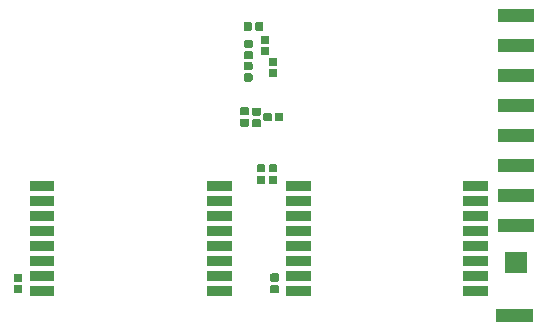
<source format=gbs>
G04 #@! TF.GenerationSoftware,KiCad,Pcbnew,(5.1.4-0-10_14)*
G04 #@! TF.CreationDate,2020-03-30T10:54:37+02:00*
G04 #@! TF.ProjectId,kapukiTRX-hw-trx,6b617075-6b69-4545-9258-2d68772d7472,rev?*
G04 #@! TF.SameCoordinates,Original*
G04 #@! TF.FileFunction,Soldermask,Bot*
G04 #@! TF.FilePolarity,Negative*
%FSLAX46Y46*%
G04 Gerber Fmt 4.6, Leading zero omitted, Abs format (unit mm)*
G04 Created by KiCad (PCBNEW (5.1.4-0-10_14)) date 2020-03-30 10:54:37*
%MOMM*%
%LPD*%
G04 APERTURE LIST*
%ADD10C,0.100000*%
G04 APERTURE END LIST*
D10*
G36*
X216815800Y-121200800D02*
G01*
X213714200Y-121200800D01*
X213714200Y-120099200D01*
X216815800Y-120099200D01*
X216815800Y-121200800D01*
X216815800Y-121200800D01*
G37*
G36*
X213013800Y-118995940D02*
G01*
X210912200Y-118995940D01*
X210912200Y-118194340D01*
X213013800Y-118194340D01*
X213013800Y-118995940D01*
X213013800Y-118995940D01*
G37*
G36*
X198012560Y-118995940D02*
G01*
X195910960Y-118995940D01*
X195910960Y-118194340D01*
X198012560Y-118194340D01*
X198012560Y-118995940D01*
X198012560Y-118995940D01*
G37*
G36*
X191312040Y-118995940D02*
G01*
X189210440Y-118995940D01*
X189210440Y-118194340D01*
X191312040Y-118194340D01*
X191312040Y-118995940D01*
X191312040Y-118995940D01*
G37*
G36*
X176310800Y-118995940D02*
G01*
X174209200Y-118995940D01*
X174209200Y-118194340D01*
X176310800Y-118194340D01*
X176310800Y-118995940D01*
X176310800Y-118995940D01*
G37*
G36*
X173480027Y-118125275D02*
G01*
X173507650Y-118133654D01*
X173533113Y-118147264D01*
X173555425Y-118165575D01*
X173573736Y-118187887D01*
X173587346Y-118213350D01*
X173595725Y-118240973D01*
X173598800Y-118272191D01*
X173598800Y-118663809D01*
X173595725Y-118695027D01*
X173587346Y-118722650D01*
X173573736Y-118748113D01*
X173555425Y-118770425D01*
X173533113Y-118788736D01*
X173507650Y-118802346D01*
X173480027Y-118810725D01*
X173448809Y-118813800D01*
X173007191Y-118813800D01*
X172975973Y-118810725D01*
X172948350Y-118802346D01*
X172922887Y-118788736D01*
X172900575Y-118770425D01*
X172882264Y-118748113D01*
X172868654Y-118722650D01*
X172860275Y-118695027D01*
X172857200Y-118663809D01*
X172857200Y-118272191D01*
X172860275Y-118240973D01*
X172868654Y-118213350D01*
X172882264Y-118187887D01*
X172900575Y-118165575D01*
X172922887Y-118147264D01*
X172948350Y-118133654D01*
X172975973Y-118125275D01*
X173007191Y-118122200D01*
X173448809Y-118122200D01*
X173480027Y-118125275D01*
X173480027Y-118125275D01*
G37*
G36*
X195197027Y-118102275D02*
G01*
X195224650Y-118110654D01*
X195250113Y-118124264D01*
X195272425Y-118142575D01*
X195290736Y-118164887D01*
X195304346Y-118190350D01*
X195312725Y-118217973D01*
X195315800Y-118249191D01*
X195315800Y-118640809D01*
X195312725Y-118672027D01*
X195304346Y-118699650D01*
X195290736Y-118725113D01*
X195272425Y-118747425D01*
X195250113Y-118765736D01*
X195224650Y-118779346D01*
X195197027Y-118787725D01*
X195165809Y-118790800D01*
X194724191Y-118790800D01*
X194692973Y-118787725D01*
X194665350Y-118779346D01*
X194639887Y-118765736D01*
X194617575Y-118747425D01*
X194599264Y-118725113D01*
X194585654Y-118699650D01*
X194577275Y-118672027D01*
X194574200Y-118640809D01*
X194574200Y-118249191D01*
X194577275Y-118217973D01*
X194585654Y-118190350D01*
X194599264Y-118164887D01*
X194617575Y-118142575D01*
X194639887Y-118124264D01*
X194665350Y-118110654D01*
X194692973Y-118102275D01*
X194724191Y-118099200D01*
X195165809Y-118099200D01*
X195197027Y-118102275D01*
X195197027Y-118102275D01*
G37*
G36*
X173480027Y-117155275D02*
G01*
X173507650Y-117163654D01*
X173533113Y-117177264D01*
X173555425Y-117195575D01*
X173573736Y-117217887D01*
X173587346Y-117243350D01*
X173595725Y-117270973D01*
X173598800Y-117302191D01*
X173598800Y-117693809D01*
X173595725Y-117725027D01*
X173587346Y-117752650D01*
X173573736Y-117778113D01*
X173555425Y-117800425D01*
X173533113Y-117818736D01*
X173507650Y-117832346D01*
X173480027Y-117840725D01*
X173448809Y-117843800D01*
X173007191Y-117843800D01*
X172975973Y-117840725D01*
X172948350Y-117832346D01*
X172922887Y-117818736D01*
X172900575Y-117800425D01*
X172882264Y-117778113D01*
X172868654Y-117752650D01*
X172860275Y-117725027D01*
X172857200Y-117693809D01*
X172857200Y-117302191D01*
X172860275Y-117270973D01*
X172868654Y-117243350D01*
X172882264Y-117217887D01*
X172900575Y-117195575D01*
X172922887Y-117177264D01*
X172948350Y-117163654D01*
X172975973Y-117155275D01*
X173007191Y-117152200D01*
X173448809Y-117152200D01*
X173480027Y-117155275D01*
X173480027Y-117155275D01*
G37*
G36*
X195197027Y-117132275D02*
G01*
X195224650Y-117140654D01*
X195250113Y-117154264D01*
X195272425Y-117172575D01*
X195290736Y-117194887D01*
X195304346Y-117220350D01*
X195312725Y-117247973D01*
X195315800Y-117279191D01*
X195315800Y-117670809D01*
X195312725Y-117702027D01*
X195304346Y-117729650D01*
X195290736Y-117755113D01*
X195272425Y-117777425D01*
X195250113Y-117795736D01*
X195224650Y-117809346D01*
X195197027Y-117817725D01*
X195165809Y-117820800D01*
X194724191Y-117820800D01*
X194692973Y-117817725D01*
X194665350Y-117809346D01*
X194639887Y-117795736D01*
X194617575Y-117777425D01*
X194599264Y-117755113D01*
X194585654Y-117729650D01*
X194577275Y-117702027D01*
X194574200Y-117670809D01*
X194574200Y-117279191D01*
X194577275Y-117247973D01*
X194585654Y-117220350D01*
X194599264Y-117194887D01*
X194617575Y-117172575D01*
X194639887Y-117154264D01*
X194665350Y-117140654D01*
X194692973Y-117132275D01*
X194724191Y-117129200D01*
X195165809Y-117129200D01*
X195197027Y-117132275D01*
X195197027Y-117132275D01*
G37*
G36*
X213013800Y-117725940D02*
G01*
X210912200Y-117725940D01*
X210912200Y-116924340D01*
X213013800Y-116924340D01*
X213013800Y-117725940D01*
X213013800Y-117725940D01*
G37*
G36*
X198012560Y-117725940D02*
G01*
X195910960Y-117725940D01*
X195910960Y-116924340D01*
X198012560Y-116924340D01*
X198012560Y-117725940D01*
X198012560Y-117725940D01*
G37*
G36*
X191312040Y-117725940D02*
G01*
X189210440Y-117725940D01*
X189210440Y-116924340D01*
X191312040Y-116924340D01*
X191312040Y-117725940D01*
X191312040Y-117725940D01*
G37*
G36*
X176310800Y-117725940D02*
G01*
X174209200Y-117725940D01*
X174209200Y-116924340D01*
X176310800Y-116924340D01*
X176310800Y-117725940D01*
X176310800Y-117725940D01*
G37*
G36*
X216292800Y-117105800D02*
G01*
X214491200Y-117105800D01*
X214491200Y-115304200D01*
X216292800Y-115304200D01*
X216292800Y-117105800D01*
X216292800Y-117105800D01*
G37*
G36*
X213013800Y-116455940D02*
G01*
X210912200Y-116455940D01*
X210912200Y-115654340D01*
X213013800Y-115654340D01*
X213013800Y-116455940D01*
X213013800Y-116455940D01*
G37*
G36*
X198012560Y-116455940D02*
G01*
X195910960Y-116455940D01*
X195910960Y-115654340D01*
X198012560Y-115654340D01*
X198012560Y-116455940D01*
X198012560Y-116455940D01*
G37*
G36*
X191312040Y-116455940D02*
G01*
X189210440Y-116455940D01*
X189210440Y-115654340D01*
X191312040Y-115654340D01*
X191312040Y-116455940D01*
X191312040Y-116455940D01*
G37*
G36*
X176310800Y-116455940D02*
G01*
X174209200Y-116455940D01*
X174209200Y-115654340D01*
X176310800Y-115654340D01*
X176310800Y-116455940D01*
X176310800Y-116455940D01*
G37*
G36*
X213013800Y-115185940D02*
G01*
X210912200Y-115185940D01*
X210912200Y-114384340D01*
X213013800Y-114384340D01*
X213013800Y-115185940D01*
X213013800Y-115185940D01*
G37*
G36*
X176310800Y-115185940D02*
G01*
X174209200Y-115185940D01*
X174209200Y-114384340D01*
X176310800Y-114384340D01*
X176310800Y-115185940D01*
X176310800Y-115185940D01*
G37*
G36*
X191312040Y-115185940D02*
G01*
X189210440Y-115185940D01*
X189210440Y-114384340D01*
X191312040Y-114384340D01*
X191312040Y-115185940D01*
X191312040Y-115185940D01*
G37*
G36*
X198012560Y-115185940D02*
G01*
X195910960Y-115185940D01*
X195910960Y-114384340D01*
X198012560Y-114384340D01*
X198012560Y-115185940D01*
X198012560Y-115185940D01*
G37*
G36*
X176310800Y-113915940D02*
G01*
X174209200Y-113915940D01*
X174209200Y-113114340D01*
X176310800Y-113114340D01*
X176310800Y-113915940D01*
X176310800Y-113915940D01*
G37*
G36*
X191312040Y-113915940D02*
G01*
X189210440Y-113915940D01*
X189210440Y-113114340D01*
X191312040Y-113114340D01*
X191312040Y-113915940D01*
X191312040Y-113915940D01*
G37*
G36*
X213013800Y-113915940D02*
G01*
X210912200Y-113915940D01*
X210912200Y-113114340D01*
X213013800Y-113114340D01*
X213013800Y-113915940D01*
X213013800Y-113915940D01*
G37*
G36*
X198012560Y-113915940D02*
G01*
X195910960Y-113915940D01*
X195910960Y-113114340D01*
X198012560Y-113114340D01*
X198012560Y-113915940D01*
X198012560Y-113915940D01*
G37*
G36*
X216942800Y-113580800D02*
G01*
X213841200Y-113580800D01*
X213841200Y-112479200D01*
X216942800Y-112479200D01*
X216942800Y-113580800D01*
X216942800Y-113580800D01*
G37*
G36*
X213013800Y-112645940D02*
G01*
X210912200Y-112645940D01*
X210912200Y-111844340D01*
X213013800Y-111844340D01*
X213013800Y-112645940D01*
X213013800Y-112645940D01*
G37*
G36*
X191312040Y-112645940D02*
G01*
X189210440Y-112645940D01*
X189210440Y-111844340D01*
X191312040Y-111844340D01*
X191312040Y-112645940D01*
X191312040Y-112645940D01*
G37*
G36*
X198012560Y-112645940D02*
G01*
X195910960Y-112645940D01*
X195910960Y-111844340D01*
X198012560Y-111844340D01*
X198012560Y-112645940D01*
X198012560Y-112645940D01*
G37*
G36*
X176310800Y-112645940D02*
G01*
X174209200Y-112645940D01*
X174209200Y-111844340D01*
X176310800Y-111844340D01*
X176310800Y-112645940D01*
X176310800Y-112645940D01*
G37*
G36*
X198012560Y-111375940D02*
G01*
X195910960Y-111375940D01*
X195910960Y-110574340D01*
X198012560Y-110574340D01*
X198012560Y-111375940D01*
X198012560Y-111375940D01*
G37*
G36*
X191312040Y-111375940D02*
G01*
X189210440Y-111375940D01*
X189210440Y-110574340D01*
X191312040Y-110574340D01*
X191312040Y-111375940D01*
X191312040Y-111375940D01*
G37*
G36*
X176310800Y-111375940D02*
G01*
X174209200Y-111375940D01*
X174209200Y-110574340D01*
X176310800Y-110574340D01*
X176310800Y-111375940D01*
X176310800Y-111375940D01*
G37*
G36*
X213013800Y-111375940D02*
G01*
X210912200Y-111375940D01*
X210912200Y-110574340D01*
X213013800Y-110574340D01*
X213013800Y-111375940D01*
X213013800Y-111375940D01*
G37*
G36*
X216942800Y-111040800D02*
G01*
X213841200Y-111040800D01*
X213841200Y-109939200D01*
X216942800Y-109939200D01*
X216942800Y-111040800D01*
X216942800Y-111040800D01*
G37*
G36*
X198012560Y-110105940D02*
G01*
X195910960Y-110105940D01*
X195910960Y-109304340D01*
X198012560Y-109304340D01*
X198012560Y-110105940D01*
X198012560Y-110105940D01*
G37*
G36*
X191312040Y-110105940D02*
G01*
X189210440Y-110105940D01*
X189210440Y-109304340D01*
X191312040Y-109304340D01*
X191312040Y-110105940D01*
X191312040Y-110105940D01*
G37*
G36*
X176310800Y-110105940D02*
G01*
X174209200Y-110105940D01*
X174209200Y-109304340D01*
X176310800Y-109304340D01*
X176310800Y-110105940D01*
X176310800Y-110105940D01*
G37*
G36*
X213013800Y-110105940D02*
G01*
X210912200Y-110105940D01*
X210912200Y-109304340D01*
X213013800Y-109304340D01*
X213013800Y-110105940D01*
X213013800Y-110105940D01*
G37*
G36*
X195070027Y-108854275D02*
G01*
X195097650Y-108862654D01*
X195123113Y-108876264D01*
X195145425Y-108894575D01*
X195163736Y-108916887D01*
X195177346Y-108942350D01*
X195185725Y-108969973D01*
X195188800Y-109001191D01*
X195188800Y-109392809D01*
X195185725Y-109424027D01*
X195177346Y-109451650D01*
X195163736Y-109477113D01*
X195145425Y-109499425D01*
X195123113Y-109517736D01*
X195097650Y-109531346D01*
X195070027Y-109539725D01*
X195038809Y-109542800D01*
X194597191Y-109542800D01*
X194565973Y-109539725D01*
X194538350Y-109531346D01*
X194512887Y-109517736D01*
X194490575Y-109499425D01*
X194472264Y-109477113D01*
X194458654Y-109451650D01*
X194450275Y-109424027D01*
X194447200Y-109392809D01*
X194447200Y-109001191D01*
X194450275Y-108969973D01*
X194458654Y-108942350D01*
X194472264Y-108916887D01*
X194490575Y-108894575D01*
X194512887Y-108876264D01*
X194538350Y-108862654D01*
X194565973Y-108854275D01*
X194597191Y-108851200D01*
X195038809Y-108851200D01*
X195070027Y-108854275D01*
X195070027Y-108854275D01*
G37*
G36*
X194054027Y-108854275D02*
G01*
X194081650Y-108862654D01*
X194107113Y-108876264D01*
X194129425Y-108894575D01*
X194147736Y-108916887D01*
X194161346Y-108942350D01*
X194169725Y-108969973D01*
X194172800Y-109001191D01*
X194172800Y-109392809D01*
X194169725Y-109424027D01*
X194161346Y-109451650D01*
X194147736Y-109477113D01*
X194129425Y-109499425D01*
X194107113Y-109517736D01*
X194081650Y-109531346D01*
X194054027Y-109539725D01*
X194022809Y-109542800D01*
X193581191Y-109542800D01*
X193549973Y-109539725D01*
X193522350Y-109531346D01*
X193496887Y-109517736D01*
X193474575Y-109499425D01*
X193456264Y-109477113D01*
X193442654Y-109451650D01*
X193434275Y-109424027D01*
X193431200Y-109392809D01*
X193431200Y-109001191D01*
X193434275Y-108969973D01*
X193442654Y-108942350D01*
X193456264Y-108916887D01*
X193474575Y-108894575D01*
X193496887Y-108876264D01*
X193522350Y-108862654D01*
X193549973Y-108854275D01*
X193581191Y-108851200D01*
X194022809Y-108851200D01*
X194054027Y-108854275D01*
X194054027Y-108854275D01*
G37*
G36*
X194054027Y-107884275D02*
G01*
X194081650Y-107892654D01*
X194107113Y-107906264D01*
X194129425Y-107924575D01*
X194147736Y-107946887D01*
X194161346Y-107972350D01*
X194169725Y-107999973D01*
X194172800Y-108031191D01*
X194172800Y-108422809D01*
X194169725Y-108454027D01*
X194161346Y-108481650D01*
X194147736Y-108507113D01*
X194129425Y-108529425D01*
X194107113Y-108547736D01*
X194081650Y-108561346D01*
X194054027Y-108569725D01*
X194022809Y-108572800D01*
X193581191Y-108572800D01*
X193549973Y-108569725D01*
X193522350Y-108561346D01*
X193496887Y-108547736D01*
X193474575Y-108529425D01*
X193456264Y-108507113D01*
X193442654Y-108481650D01*
X193434275Y-108454027D01*
X193431200Y-108422809D01*
X193431200Y-108031191D01*
X193434275Y-107999973D01*
X193442654Y-107972350D01*
X193456264Y-107946887D01*
X193474575Y-107924575D01*
X193496887Y-107906264D01*
X193522350Y-107892654D01*
X193549973Y-107884275D01*
X193581191Y-107881200D01*
X194022809Y-107881200D01*
X194054027Y-107884275D01*
X194054027Y-107884275D01*
G37*
G36*
X195070027Y-107884275D02*
G01*
X195097650Y-107892654D01*
X195123113Y-107906264D01*
X195145425Y-107924575D01*
X195163736Y-107946887D01*
X195177346Y-107972350D01*
X195185725Y-107999973D01*
X195188800Y-108031191D01*
X195188800Y-108422809D01*
X195185725Y-108454027D01*
X195177346Y-108481650D01*
X195163736Y-108507113D01*
X195145425Y-108529425D01*
X195123113Y-108547736D01*
X195097650Y-108561346D01*
X195070027Y-108569725D01*
X195038809Y-108572800D01*
X194597191Y-108572800D01*
X194565973Y-108569725D01*
X194538350Y-108561346D01*
X194512887Y-108547736D01*
X194490575Y-108529425D01*
X194472264Y-108507113D01*
X194458654Y-108481650D01*
X194450275Y-108454027D01*
X194447200Y-108422809D01*
X194447200Y-108031191D01*
X194450275Y-107999973D01*
X194458654Y-107972350D01*
X194472264Y-107946887D01*
X194490575Y-107924575D01*
X194512887Y-107906264D01*
X194538350Y-107892654D01*
X194565973Y-107884275D01*
X194597191Y-107881200D01*
X195038809Y-107881200D01*
X195070027Y-107884275D01*
X195070027Y-107884275D01*
G37*
G36*
X216942800Y-108500800D02*
G01*
X213841200Y-108500800D01*
X213841200Y-107399200D01*
X216942800Y-107399200D01*
X216942800Y-108500800D01*
X216942800Y-108500800D01*
G37*
G36*
X216942800Y-105960800D02*
G01*
X213841200Y-105960800D01*
X213841200Y-104859200D01*
X216942800Y-104859200D01*
X216942800Y-105960800D01*
X216942800Y-105960800D01*
G37*
G36*
X193673027Y-104051275D02*
G01*
X193700650Y-104059654D01*
X193726113Y-104073264D01*
X193748425Y-104091575D01*
X193766736Y-104113887D01*
X193780346Y-104139350D01*
X193788725Y-104166973D01*
X193791800Y-104198191D01*
X193791800Y-104589809D01*
X193788725Y-104621027D01*
X193780346Y-104648650D01*
X193766736Y-104674113D01*
X193748425Y-104696425D01*
X193726113Y-104714736D01*
X193700650Y-104728346D01*
X193673027Y-104736725D01*
X193641809Y-104739800D01*
X193200191Y-104739800D01*
X193168973Y-104736725D01*
X193141350Y-104728346D01*
X193115887Y-104714736D01*
X193093575Y-104696425D01*
X193075264Y-104674113D01*
X193061654Y-104648650D01*
X193053275Y-104621027D01*
X193050200Y-104589809D01*
X193050200Y-104198191D01*
X193053275Y-104166973D01*
X193061654Y-104139350D01*
X193075264Y-104113887D01*
X193093575Y-104091575D01*
X193115887Y-104073264D01*
X193141350Y-104059654D01*
X193168973Y-104051275D01*
X193200191Y-104048200D01*
X193641809Y-104048200D01*
X193673027Y-104051275D01*
X193673027Y-104051275D01*
G37*
G36*
X192657027Y-104028275D02*
G01*
X192684650Y-104036654D01*
X192710113Y-104050264D01*
X192732425Y-104068575D01*
X192750736Y-104090887D01*
X192764346Y-104116350D01*
X192772725Y-104143973D01*
X192775800Y-104175191D01*
X192775800Y-104566809D01*
X192772725Y-104598027D01*
X192764346Y-104625650D01*
X192750736Y-104651113D01*
X192732425Y-104673425D01*
X192710113Y-104691736D01*
X192684650Y-104705346D01*
X192657027Y-104713725D01*
X192625809Y-104716800D01*
X192184191Y-104716800D01*
X192152973Y-104713725D01*
X192125350Y-104705346D01*
X192099887Y-104691736D01*
X192077575Y-104673425D01*
X192059264Y-104651113D01*
X192045654Y-104625650D01*
X192037275Y-104598027D01*
X192034200Y-104566809D01*
X192034200Y-104175191D01*
X192037275Y-104143973D01*
X192045654Y-104116350D01*
X192059264Y-104090887D01*
X192077575Y-104068575D01*
X192099887Y-104050264D01*
X192125350Y-104036654D01*
X192152973Y-104028275D01*
X192184191Y-104025200D01*
X192625809Y-104025200D01*
X192657027Y-104028275D01*
X192657027Y-104028275D01*
G37*
G36*
X195553027Y-103518275D02*
G01*
X195580650Y-103526654D01*
X195606113Y-103540264D01*
X195628425Y-103558575D01*
X195646736Y-103580887D01*
X195660346Y-103606350D01*
X195668725Y-103633973D01*
X195671800Y-103665191D01*
X195671800Y-104106809D01*
X195668725Y-104138027D01*
X195660346Y-104165650D01*
X195646736Y-104191113D01*
X195628425Y-104213425D01*
X195606113Y-104231736D01*
X195580650Y-104245346D01*
X195553027Y-104253725D01*
X195521809Y-104256800D01*
X195130191Y-104256800D01*
X195098973Y-104253725D01*
X195071350Y-104245346D01*
X195045887Y-104231736D01*
X195023575Y-104213425D01*
X195005264Y-104191113D01*
X194991654Y-104165650D01*
X194983275Y-104138027D01*
X194980200Y-104106809D01*
X194980200Y-103665191D01*
X194983275Y-103633973D01*
X194991654Y-103606350D01*
X195005264Y-103580887D01*
X195023575Y-103558575D01*
X195045887Y-103540264D01*
X195071350Y-103526654D01*
X195098973Y-103518275D01*
X195130191Y-103515200D01*
X195521809Y-103515200D01*
X195553027Y-103518275D01*
X195553027Y-103518275D01*
G37*
G36*
X194583027Y-103518275D02*
G01*
X194610650Y-103526654D01*
X194636113Y-103540264D01*
X194658425Y-103558575D01*
X194676736Y-103580887D01*
X194690346Y-103606350D01*
X194698725Y-103633973D01*
X194701800Y-103665191D01*
X194701800Y-104106809D01*
X194698725Y-104138027D01*
X194690346Y-104165650D01*
X194676736Y-104191113D01*
X194658425Y-104213425D01*
X194636113Y-104231736D01*
X194610650Y-104245346D01*
X194583027Y-104253725D01*
X194551809Y-104256800D01*
X194160191Y-104256800D01*
X194128973Y-104253725D01*
X194101350Y-104245346D01*
X194075887Y-104231736D01*
X194053575Y-104213425D01*
X194035264Y-104191113D01*
X194021654Y-104165650D01*
X194013275Y-104138027D01*
X194010200Y-104106809D01*
X194010200Y-103665191D01*
X194013275Y-103633973D01*
X194021654Y-103606350D01*
X194035264Y-103580887D01*
X194053575Y-103558575D01*
X194075887Y-103540264D01*
X194101350Y-103526654D01*
X194128973Y-103518275D01*
X194160191Y-103515200D01*
X194551809Y-103515200D01*
X194583027Y-103518275D01*
X194583027Y-103518275D01*
G37*
G36*
X193673027Y-103081275D02*
G01*
X193700650Y-103089654D01*
X193726113Y-103103264D01*
X193748425Y-103121575D01*
X193766736Y-103143887D01*
X193780346Y-103169350D01*
X193788725Y-103196973D01*
X193791800Y-103228191D01*
X193791800Y-103619809D01*
X193788725Y-103651027D01*
X193780346Y-103678650D01*
X193766736Y-103704113D01*
X193748425Y-103726425D01*
X193726113Y-103744736D01*
X193700650Y-103758346D01*
X193673027Y-103766725D01*
X193641809Y-103769800D01*
X193200191Y-103769800D01*
X193168973Y-103766725D01*
X193141350Y-103758346D01*
X193115887Y-103744736D01*
X193093575Y-103726425D01*
X193075264Y-103704113D01*
X193061654Y-103678650D01*
X193053275Y-103651027D01*
X193050200Y-103619809D01*
X193050200Y-103228191D01*
X193053275Y-103196973D01*
X193061654Y-103169350D01*
X193075264Y-103143887D01*
X193093575Y-103121575D01*
X193115887Y-103103264D01*
X193141350Y-103089654D01*
X193168973Y-103081275D01*
X193200191Y-103078200D01*
X193641809Y-103078200D01*
X193673027Y-103081275D01*
X193673027Y-103081275D01*
G37*
G36*
X192657027Y-103058275D02*
G01*
X192684650Y-103066654D01*
X192710113Y-103080264D01*
X192732425Y-103098575D01*
X192750736Y-103120887D01*
X192764346Y-103146350D01*
X192772725Y-103173973D01*
X192775800Y-103205191D01*
X192775800Y-103596809D01*
X192772725Y-103628027D01*
X192764346Y-103655650D01*
X192750736Y-103681113D01*
X192732425Y-103703425D01*
X192710113Y-103721736D01*
X192684650Y-103735346D01*
X192657027Y-103743725D01*
X192625809Y-103746800D01*
X192184191Y-103746800D01*
X192152973Y-103743725D01*
X192125350Y-103735346D01*
X192099887Y-103721736D01*
X192077575Y-103703425D01*
X192059264Y-103681113D01*
X192045654Y-103655650D01*
X192037275Y-103628027D01*
X192034200Y-103596809D01*
X192034200Y-103205191D01*
X192037275Y-103173973D01*
X192045654Y-103146350D01*
X192059264Y-103120887D01*
X192077575Y-103098575D01*
X192099887Y-103080264D01*
X192125350Y-103066654D01*
X192152973Y-103058275D01*
X192184191Y-103055200D01*
X192625809Y-103055200D01*
X192657027Y-103058275D01*
X192657027Y-103058275D01*
G37*
G36*
X216942800Y-103420800D02*
G01*
X213841200Y-103420800D01*
X213841200Y-102319200D01*
X216942800Y-102319200D01*
X216942800Y-103420800D01*
X216942800Y-103420800D01*
G37*
G36*
X192961827Y-100192875D02*
G01*
X192989450Y-100201254D01*
X193014913Y-100214864D01*
X193037225Y-100233175D01*
X193055536Y-100255487D01*
X193069146Y-100280950D01*
X193077525Y-100308573D01*
X193080600Y-100339791D01*
X193080600Y-100731409D01*
X193077525Y-100762627D01*
X193069146Y-100790250D01*
X193055536Y-100815713D01*
X193037225Y-100838025D01*
X193014913Y-100856336D01*
X192989450Y-100869946D01*
X192961827Y-100878325D01*
X192930609Y-100881400D01*
X192488991Y-100881400D01*
X192457773Y-100878325D01*
X192430150Y-100869946D01*
X192404687Y-100856336D01*
X192382375Y-100838025D01*
X192364064Y-100815713D01*
X192350454Y-100790250D01*
X192342075Y-100762627D01*
X192339000Y-100731409D01*
X192339000Y-100339791D01*
X192342075Y-100308573D01*
X192350454Y-100280950D01*
X192364064Y-100255487D01*
X192382375Y-100233175D01*
X192404687Y-100214864D01*
X192430150Y-100201254D01*
X192457773Y-100192875D01*
X192488991Y-100189800D01*
X192930609Y-100189800D01*
X192961827Y-100192875D01*
X192961827Y-100192875D01*
G37*
G36*
X216942800Y-100880800D02*
G01*
X213841200Y-100880800D01*
X213841200Y-99779200D01*
X216942800Y-99779200D01*
X216942800Y-100880800D01*
X216942800Y-100880800D01*
G37*
G36*
X195070027Y-99837275D02*
G01*
X195097650Y-99845654D01*
X195123113Y-99859264D01*
X195145425Y-99877575D01*
X195163736Y-99899887D01*
X195177346Y-99925350D01*
X195185725Y-99952973D01*
X195188800Y-99984191D01*
X195188800Y-100375809D01*
X195185725Y-100407027D01*
X195177346Y-100434650D01*
X195163736Y-100460113D01*
X195145425Y-100482425D01*
X195123113Y-100500736D01*
X195097650Y-100514346D01*
X195070027Y-100522725D01*
X195038809Y-100525800D01*
X194597191Y-100525800D01*
X194565973Y-100522725D01*
X194538350Y-100514346D01*
X194512887Y-100500736D01*
X194490575Y-100482425D01*
X194472264Y-100460113D01*
X194458654Y-100434650D01*
X194450275Y-100407027D01*
X194447200Y-100375809D01*
X194447200Y-99984191D01*
X194450275Y-99952973D01*
X194458654Y-99925350D01*
X194472264Y-99899887D01*
X194490575Y-99877575D01*
X194512887Y-99859264D01*
X194538350Y-99845654D01*
X194565973Y-99837275D01*
X194597191Y-99834200D01*
X195038809Y-99834200D01*
X195070027Y-99837275D01*
X195070027Y-99837275D01*
G37*
G36*
X192961827Y-99222875D02*
G01*
X192989450Y-99231254D01*
X193014913Y-99244864D01*
X193037225Y-99263175D01*
X193055536Y-99285487D01*
X193069146Y-99310950D01*
X193077525Y-99338573D01*
X193080600Y-99369791D01*
X193080600Y-99761409D01*
X193077525Y-99792627D01*
X193069146Y-99820250D01*
X193055536Y-99845713D01*
X193037225Y-99868025D01*
X193014913Y-99886336D01*
X192989450Y-99899946D01*
X192961827Y-99908325D01*
X192930609Y-99911400D01*
X192488991Y-99911400D01*
X192457773Y-99908325D01*
X192430150Y-99899946D01*
X192404687Y-99886336D01*
X192382375Y-99868025D01*
X192364064Y-99845713D01*
X192350454Y-99820250D01*
X192342075Y-99792627D01*
X192339000Y-99761409D01*
X192339000Y-99369791D01*
X192342075Y-99338573D01*
X192350454Y-99310950D01*
X192364064Y-99285487D01*
X192382375Y-99263175D01*
X192404687Y-99244864D01*
X192430150Y-99231254D01*
X192457773Y-99222875D01*
X192488991Y-99219800D01*
X192930609Y-99219800D01*
X192961827Y-99222875D01*
X192961827Y-99222875D01*
G37*
G36*
X195070027Y-98867275D02*
G01*
X195097650Y-98875654D01*
X195123113Y-98889264D01*
X195145425Y-98907575D01*
X195163736Y-98929887D01*
X195177346Y-98955350D01*
X195185725Y-98982973D01*
X195188800Y-99014191D01*
X195188800Y-99405809D01*
X195185725Y-99437027D01*
X195177346Y-99464650D01*
X195163736Y-99490113D01*
X195145425Y-99512425D01*
X195123113Y-99530736D01*
X195097650Y-99544346D01*
X195070027Y-99552725D01*
X195038809Y-99555800D01*
X194597191Y-99555800D01*
X194565973Y-99552725D01*
X194538350Y-99544346D01*
X194512887Y-99530736D01*
X194490575Y-99512425D01*
X194472264Y-99490113D01*
X194458654Y-99464650D01*
X194450275Y-99437027D01*
X194447200Y-99405809D01*
X194447200Y-99014191D01*
X194450275Y-98982973D01*
X194458654Y-98955350D01*
X194472264Y-98929887D01*
X194490575Y-98907575D01*
X194512887Y-98889264D01*
X194538350Y-98875654D01*
X194565973Y-98867275D01*
X194597191Y-98864200D01*
X195038809Y-98864200D01*
X195070027Y-98867275D01*
X195070027Y-98867275D01*
G37*
G36*
X192987227Y-98313275D02*
G01*
X193014850Y-98321654D01*
X193040313Y-98335264D01*
X193062625Y-98353575D01*
X193080936Y-98375887D01*
X193094546Y-98401350D01*
X193102925Y-98428973D01*
X193106000Y-98460191D01*
X193106000Y-98851809D01*
X193102925Y-98883027D01*
X193094546Y-98910650D01*
X193080936Y-98936113D01*
X193062625Y-98958425D01*
X193040313Y-98976736D01*
X193014850Y-98990346D01*
X192987227Y-98998725D01*
X192956009Y-99001800D01*
X192514391Y-99001800D01*
X192483173Y-98998725D01*
X192455550Y-98990346D01*
X192430087Y-98976736D01*
X192407775Y-98958425D01*
X192389464Y-98936113D01*
X192375854Y-98910650D01*
X192367475Y-98883027D01*
X192364400Y-98851809D01*
X192364400Y-98460191D01*
X192367475Y-98428973D01*
X192375854Y-98401350D01*
X192389464Y-98375887D01*
X192407775Y-98353575D01*
X192430087Y-98335264D01*
X192455550Y-98321654D01*
X192483173Y-98313275D01*
X192514391Y-98310200D01*
X192956009Y-98310200D01*
X192987227Y-98313275D01*
X192987227Y-98313275D01*
G37*
G36*
X194384227Y-97960075D02*
G01*
X194411850Y-97968454D01*
X194437313Y-97982064D01*
X194459625Y-98000375D01*
X194477936Y-98022687D01*
X194491546Y-98048150D01*
X194499925Y-98075773D01*
X194503000Y-98106991D01*
X194503000Y-98498609D01*
X194499925Y-98529827D01*
X194491546Y-98557450D01*
X194477936Y-98582913D01*
X194459625Y-98605225D01*
X194437313Y-98623536D01*
X194411850Y-98637146D01*
X194384227Y-98645525D01*
X194353009Y-98648600D01*
X193911391Y-98648600D01*
X193880173Y-98645525D01*
X193852550Y-98637146D01*
X193827087Y-98623536D01*
X193804775Y-98605225D01*
X193786464Y-98582913D01*
X193772854Y-98557450D01*
X193764475Y-98529827D01*
X193761400Y-98498609D01*
X193761400Y-98106991D01*
X193764475Y-98075773D01*
X193772854Y-98048150D01*
X193786464Y-98022687D01*
X193804775Y-98000375D01*
X193827087Y-97982064D01*
X193852550Y-97968454D01*
X193880173Y-97960075D01*
X193911391Y-97957000D01*
X194353009Y-97957000D01*
X194384227Y-97960075D01*
X194384227Y-97960075D01*
G37*
G36*
X216942800Y-98340800D02*
G01*
X213841200Y-98340800D01*
X213841200Y-97239200D01*
X216942800Y-97239200D01*
X216942800Y-98340800D01*
X216942800Y-98340800D01*
G37*
G36*
X192987227Y-97343275D02*
G01*
X193014850Y-97351654D01*
X193040313Y-97365264D01*
X193062625Y-97383575D01*
X193080936Y-97405887D01*
X193094546Y-97431350D01*
X193102925Y-97458973D01*
X193106000Y-97490191D01*
X193106000Y-97881809D01*
X193102925Y-97913027D01*
X193094546Y-97940650D01*
X193080936Y-97966113D01*
X193062625Y-97988425D01*
X193040313Y-98006736D01*
X193014850Y-98020346D01*
X192987227Y-98028725D01*
X192956009Y-98031800D01*
X192514391Y-98031800D01*
X192483173Y-98028725D01*
X192455550Y-98020346D01*
X192430087Y-98006736D01*
X192407775Y-97988425D01*
X192389464Y-97966113D01*
X192375854Y-97940650D01*
X192367475Y-97913027D01*
X192364400Y-97881809D01*
X192364400Y-97490191D01*
X192367475Y-97458973D01*
X192375854Y-97431350D01*
X192389464Y-97405887D01*
X192407775Y-97383575D01*
X192430087Y-97365264D01*
X192455550Y-97351654D01*
X192483173Y-97343275D01*
X192514391Y-97340200D01*
X192956009Y-97340200D01*
X192987227Y-97343275D01*
X192987227Y-97343275D01*
G37*
G36*
X194384227Y-96990075D02*
G01*
X194411850Y-96998454D01*
X194437313Y-97012064D01*
X194459625Y-97030375D01*
X194477936Y-97052687D01*
X194491546Y-97078150D01*
X194499925Y-97105773D01*
X194503000Y-97136991D01*
X194503000Y-97528609D01*
X194499925Y-97559827D01*
X194491546Y-97587450D01*
X194477936Y-97612913D01*
X194459625Y-97635225D01*
X194437313Y-97653536D01*
X194411850Y-97667146D01*
X194384227Y-97675525D01*
X194353009Y-97678600D01*
X193911391Y-97678600D01*
X193880173Y-97675525D01*
X193852550Y-97667146D01*
X193827087Y-97653536D01*
X193804775Y-97635225D01*
X193786464Y-97612913D01*
X193772854Y-97587450D01*
X193764475Y-97559827D01*
X193761400Y-97528609D01*
X193761400Y-97136991D01*
X193764475Y-97105773D01*
X193772854Y-97078150D01*
X193786464Y-97052687D01*
X193804775Y-97030375D01*
X193827087Y-97012064D01*
X193852550Y-96998454D01*
X193880173Y-96990075D01*
X193911391Y-96987000D01*
X194353009Y-96987000D01*
X194384227Y-96990075D01*
X194384227Y-96990075D01*
G37*
G36*
X193879027Y-95847475D02*
G01*
X193906650Y-95855854D01*
X193932113Y-95869464D01*
X193954425Y-95887775D01*
X193972736Y-95910087D01*
X193986346Y-95935550D01*
X193994725Y-95963173D01*
X193997800Y-95994391D01*
X193997800Y-96436009D01*
X193994725Y-96467227D01*
X193986346Y-96494850D01*
X193972736Y-96520313D01*
X193954425Y-96542625D01*
X193932113Y-96560936D01*
X193906650Y-96574546D01*
X193879027Y-96582925D01*
X193847809Y-96586000D01*
X193456191Y-96586000D01*
X193424973Y-96582925D01*
X193397350Y-96574546D01*
X193371887Y-96560936D01*
X193349575Y-96542625D01*
X193331264Y-96520313D01*
X193317654Y-96494850D01*
X193309275Y-96467227D01*
X193306200Y-96436009D01*
X193306200Y-95994391D01*
X193309275Y-95963173D01*
X193317654Y-95935550D01*
X193331264Y-95910087D01*
X193349575Y-95887775D01*
X193371887Y-95869464D01*
X193397350Y-95855854D01*
X193424973Y-95847475D01*
X193456191Y-95844400D01*
X193847809Y-95844400D01*
X193879027Y-95847475D01*
X193879027Y-95847475D01*
G37*
G36*
X192909027Y-95847475D02*
G01*
X192936650Y-95855854D01*
X192962113Y-95869464D01*
X192984425Y-95887775D01*
X193002736Y-95910087D01*
X193016346Y-95935550D01*
X193024725Y-95963173D01*
X193027800Y-95994391D01*
X193027800Y-96436009D01*
X193024725Y-96467227D01*
X193016346Y-96494850D01*
X193002736Y-96520313D01*
X192984425Y-96542625D01*
X192962113Y-96560936D01*
X192936650Y-96574546D01*
X192909027Y-96582925D01*
X192877809Y-96586000D01*
X192486191Y-96586000D01*
X192454973Y-96582925D01*
X192427350Y-96574546D01*
X192401887Y-96560936D01*
X192379575Y-96542625D01*
X192361264Y-96520313D01*
X192347654Y-96494850D01*
X192339275Y-96467227D01*
X192336200Y-96436009D01*
X192336200Y-95994391D01*
X192339275Y-95963173D01*
X192347654Y-95935550D01*
X192361264Y-95910087D01*
X192379575Y-95887775D01*
X192401887Y-95869464D01*
X192427350Y-95855854D01*
X192454973Y-95847475D01*
X192486191Y-95844400D01*
X192877809Y-95844400D01*
X192909027Y-95847475D01*
X192909027Y-95847475D01*
G37*
G36*
X216942800Y-95800800D02*
G01*
X213841200Y-95800800D01*
X213841200Y-94699200D01*
X216942800Y-94699200D01*
X216942800Y-95800800D01*
X216942800Y-95800800D01*
G37*
M02*

</source>
